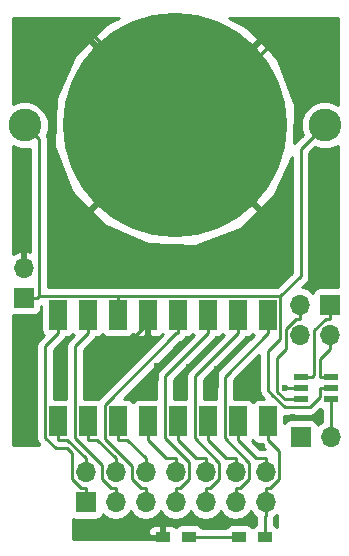
<source format=gbr>
G04 #@! TF.FileFunction,Copper,L1,Top,Signal*
%FSLAX46Y46*%
G04 Gerber Fmt 4.6, Leading zero omitted, Abs format (unit mm)*
G04 Created by KiCad (PCBNEW 4.0.1-stable) date 2019/04/09 1:16:35*
%MOMM*%
G01*
G04 APERTURE LIST*
%ADD10C,0.100000*%
%ADD11C,2.775000*%
%ADD12C,19.000000*%
%ADD13R,1.700000X1.700000*%
%ADD14O,1.700000X1.700000*%
%ADD15R,1.500000X2.500000*%
%ADD16R,1.200000X0.900000*%
%ADD17R,1.200000X0.600000*%
%ADD18C,0.600000*%
%ADD19C,0.250000*%
%ADD20C,0.254000*%
G04 APERTURE END LIST*
D10*
D11*
X101700000Y-59750000D03*
X127100000Y-59750000D03*
D12*
X114400000Y-59750000D03*
D13*
X106850000Y-91650000D03*
D14*
X106850000Y-89110000D03*
X109390000Y-91650000D03*
X109390000Y-89110000D03*
X111930000Y-91650000D03*
X111930000Y-89110000D03*
X114470000Y-91650000D03*
X114470000Y-89110000D03*
X117010000Y-91650000D03*
X117010000Y-89110000D03*
X119550000Y-91650000D03*
X119550000Y-89110000D03*
X122090000Y-91650000D03*
X122090000Y-89110000D03*
D13*
X125050000Y-86150000D03*
D14*
X127590000Y-86150000D03*
D13*
X127550000Y-74950000D03*
D14*
X127550000Y-77490000D03*
X125010000Y-74950000D03*
X125010000Y-77490000D03*
D13*
X101600000Y-74350000D03*
D14*
X101600000Y-71810000D03*
D15*
X112120000Y-75800000D03*
X122280000Y-75800000D03*
X119740000Y-75800000D03*
X117200000Y-75800000D03*
X114660000Y-75800000D03*
X109580000Y-75800000D03*
X107040000Y-75800000D03*
X104500000Y-75800000D03*
X104500000Y-84800000D03*
X107040000Y-84800000D03*
X109580000Y-84800000D03*
X114660000Y-84800000D03*
X117200000Y-84800000D03*
X119740000Y-84800000D03*
X122280000Y-84800000D03*
X112120000Y-84800000D03*
D16*
X113400000Y-94650000D03*
X115600000Y-94650000D03*
D17*
X125100000Y-81050000D03*
X125100000Y-82000000D03*
X125100000Y-82950000D03*
X127600000Y-82950000D03*
X127600000Y-82000000D03*
X127600000Y-81050000D03*
D16*
X119850000Y-94650000D03*
X122050000Y-94650000D03*
D18*
X106850000Y-51500000D03*
X102700000Y-56800000D03*
X125900000Y-55800000D03*
X123750000Y-51700000D03*
X126150000Y-63350000D03*
X126400000Y-71200000D03*
X120400000Y-71300000D03*
X101500000Y-68050000D03*
X104650000Y-67100000D03*
X114350000Y-71250000D03*
X126700000Y-84450000D03*
X124400000Y-84450000D03*
X123750000Y-82000000D03*
X106700000Y-94200000D03*
X110750000Y-94250000D03*
X116350000Y-93350000D03*
X120050000Y-93300000D03*
X122950000Y-93300000D03*
X121750000Y-86950000D03*
X121150000Y-82450000D03*
X121250000Y-80350000D03*
X118000000Y-80400000D03*
X117500000Y-82400000D03*
X114950000Y-82450000D03*
X115650000Y-80200000D03*
X112900000Y-80100000D03*
X111900000Y-82350000D03*
X107600000Y-82000000D03*
X109650000Y-78950000D03*
X104650000Y-81900000D03*
X104750000Y-79300000D03*
X101750000Y-84950000D03*
X101750000Y-79150000D03*
D19*
X117010000Y-89110000D02*
X117010000Y-87934700D01*
X114660000Y-84800000D02*
X114660000Y-86375300D01*
X116219400Y-87934700D02*
X117010000Y-87934700D01*
X114660000Y-86375300D02*
X116219400Y-87934700D01*
X110370600Y-86375300D02*
X109580000Y-86375300D01*
X111930000Y-87934700D02*
X110370600Y-86375300D01*
X111930000Y-89110000D02*
X111930000Y-87934700D01*
X109580000Y-84800000D02*
X109580000Y-86375300D01*
X107830600Y-86375300D02*
X109390000Y-87934700D01*
X107040000Y-86375300D02*
X107830600Y-86375300D01*
X109390000Y-89110000D02*
X109390000Y-87934700D01*
X107040000Y-84800000D02*
X107040000Y-86375300D01*
X118759400Y-87934700D02*
X119550000Y-87934700D01*
X117200000Y-86375300D02*
X118759400Y-87934700D01*
X117200000Y-84800000D02*
X117200000Y-86375300D01*
X119550000Y-89110000D02*
X119550000Y-87934700D01*
X117377400Y-90474700D02*
X117010000Y-90474700D01*
X118185300Y-89666800D02*
X117377400Y-90474700D01*
X118185300Y-88310100D02*
X118185300Y-89666800D01*
X116124600Y-86249400D02*
X118185300Y-88310100D01*
X116124600Y-80990700D02*
X116124600Y-86249400D01*
X119740000Y-77375300D02*
X116124600Y-80990700D01*
X119740000Y-75800000D02*
X119740000Y-77375300D01*
X117010000Y-91650000D02*
X117010000Y-90474700D01*
X121299400Y-87934700D02*
X119740000Y-86375300D01*
X122090000Y-87934700D02*
X121299400Y-87934700D01*
X119740000Y-84800000D02*
X119740000Y-86375300D01*
X122090000Y-89110000D02*
X122090000Y-87934700D01*
X119850000Y-94650000D02*
X115600000Y-94650000D01*
X127182700Y-76125300D02*
X127550000Y-76125300D01*
X126185400Y-77122600D02*
X127182700Y-76125300D01*
X126185400Y-80889900D02*
X126185400Y-77122600D01*
X126025300Y-81050000D02*
X126185400Y-80889900D01*
X125100000Y-81050000D02*
X126025300Y-81050000D01*
X127550000Y-74950000D02*
X127550000Y-76125300D01*
X124200000Y-82950000D02*
X123750000Y-82950000D01*
X123834700Y-76975800D02*
X124685200Y-76125300D01*
X124685200Y-76125300D02*
X125010000Y-76125300D01*
X125010000Y-76125300D02*
X125010000Y-74950000D01*
X123834700Y-78715300D02*
X123834700Y-76975800D01*
X123100000Y-79450000D02*
X123834700Y-78715300D01*
X123100000Y-82300000D02*
X123100000Y-79450000D01*
X123750000Y-82950000D02*
X123100000Y-82300000D01*
X125100000Y-82950000D02*
X124200000Y-82950000D01*
X124200000Y-82950000D02*
X124174700Y-82950000D01*
X127600000Y-84964700D02*
X127590000Y-84974700D01*
X127600000Y-82950000D02*
X127600000Y-84964700D01*
X127590000Y-86150000D02*
X127590000Y-84974700D01*
X126674700Y-79540600D02*
X127550000Y-78665300D01*
X126674700Y-81050000D02*
X126674700Y-79540600D01*
X127600000Y-81050000D02*
X126674700Y-81050000D01*
X127550000Y-77490000D02*
X127550000Y-78665300D01*
X114400000Y-59050000D02*
X106850000Y-51500000D01*
X114400000Y-59750000D02*
X115700000Y-59750000D01*
X115700000Y-59750000D02*
X123750000Y-51700000D01*
X114400000Y-59750000D02*
X114400000Y-59050000D01*
X104650000Y-67100000D02*
X107050000Y-67100000D01*
X107050000Y-67100000D02*
X114400000Y-59750000D01*
X126150000Y-70950000D02*
X126150000Y-63350000D01*
X126400000Y-71200000D02*
X126150000Y-70950000D01*
X120450000Y-71250000D02*
X120600000Y-71250000D01*
X120400000Y-71300000D02*
X120450000Y-71250000D01*
X104600000Y-67050000D02*
X104500000Y-67050000D01*
X104650000Y-67100000D02*
X104600000Y-67050000D01*
X114400000Y-71200000D02*
X114350000Y-71250000D01*
X124400000Y-84450000D02*
X126700000Y-84450000D01*
X125100000Y-82000000D02*
X123750000Y-82000000D01*
X106700000Y-94200000D02*
X106750000Y-94250000D01*
X106750000Y-94250000D02*
X110750000Y-94250000D01*
X116350000Y-93350000D02*
X116400000Y-93300000D01*
X116400000Y-93300000D02*
X120050000Y-93300000D01*
X121700000Y-86900000D02*
X121650000Y-86900000D01*
X121750000Y-86950000D02*
X121700000Y-86900000D01*
X121150000Y-80450000D02*
X121150000Y-82450000D01*
X121250000Y-80350000D02*
X121150000Y-80450000D01*
X118000000Y-81900000D02*
X118000000Y-80400000D01*
X117500000Y-82400000D02*
X118000000Y-81900000D01*
X114950000Y-80900000D02*
X114950000Y-82450000D01*
X115650000Y-80200000D02*
X114950000Y-80900000D01*
X112900000Y-81350000D02*
X112900000Y-80100000D01*
X111900000Y-82350000D02*
X112900000Y-81350000D01*
X107600000Y-82000000D02*
X107550000Y-82050000D01*
X112120000Y-75800000D02*
X112120000Y-76480000D01*
X112120000Y-76480000D02*
X109650000Y-78950000D01*
X104650000Y-79400000D02*
X104650000Y-81900000D01*
X104750000Y-79300000D02*
X104650000Y-79400000D01*
X101750000Y-84950000D02*
X101750000Y-79150000D01*
X114400000Y-52600000D02*
X114550000Y-52450000D01*
X119917400Y-90474700D02*
X119550000Y-90474700D01*
X120725300Y-89666800D02*
X119917400Y-90474700D01*
X120725300Y-88310100D02*
X120725300Y-89666800D01*
X118627600Y-86212400D02*
X120725300Y-88310100D01*
X118627600Y-81027700D02*
X118627600Y-86212400D01*
X122280000Y-77375300D02*
X118627600Y-81027700D01*
X122280000Y-75800000D02*
X122280000Y-77375300D01*
X119550000Y-91650000D02*
X119550000Y-90474700D01*
X114837400Y-90474700D02*
X114470000Y-90474700D01*
X115645300Y-89666800D02*
X114837400Y-90474700D01*
X115645300Y-88298700D02*
X115645300Y-89666800D01*
X113584700Y-86238100D02*
X115645300Y-88298700D01*
X113584700Y-80990600D02*
X113584700Y-86238100D01*
X117200000Y-77375300D02*
X113584700Y-80990600D01*
X117200000Y-75800000D02*
X117200000Y-77375300D01*
X114470000Y-91650000D02*
X114470000Y-90474700D01*
X111562600Y-90474700D02*
X111930000Y-90474700D01*
X110754700Y-89666800D02*
X111562600Y-90474700D01*
X110754700Y-88578000D02*
X110754700Y-89666800D01*
X108498100Y-86321400D02*
X110754700Y-88578000D01*
X108498100Y-83402800D02*
X108498100Y-86321400D01*
X114525600Y-77375300D02*
X108498100Y-83402800D01*
X114660000Y-77375300D02*
X114525600Y-77375300D01*
X114660000Y-75800000D02*
X114660000Y-77375300D01*
X111930000Y-91650000D02*
X111930000Y-90474700D01*
X125050000Y-61800000D02*
X125050000Y-72550000D01*
X125050000Y-72550000D02*
X123355400Y-74244600D01*
X123355400Y-74250000D02*
X123355400Y-74244600D01*
X125050000Y-61800000D02*
X127100000Y-59750000D01*
X124094400Y-83607600D02*
X123707600Y-83607600D01*
X126674700Y-82000000D02*
X126674700Y-82747800D01*
X126674700Y-82747800D02*
X125814900Y-83607600D01*
X125814900Y-83607600D02*
X124094400Y-83607600D01*
X127600000Y-82000000D02*
X126674700Y-82000000D01*
X123355400Y-77844600D02*
X123355400Y-74250000D01*
X123355400Y-74250000D02*
X123355400Y-74224700D01*
X122300000Y-78900000D02*
X123355400Y-77844600D01*
X122300000Y-82200000D02*
X122300000Y-78900000D01*
X122650000Y-82550000D02*
X122300000Y-82200000D01*
X123707600Y-83607600D02*
X122650000Y-82550000D01*
X109580000Y-75800000D02*
X109580000Y-74224700D01*
X123355400Y-74224700D02*
X109580000Y-74224700D01*
X101600000Y-74350000D02*
X102775300Y-74350000D01*
X102900600Y-60950600D02*
X102900600Y-74224700D01*
X101700000Y-59750000D02*
X102900600Y-60950600D01*
X109580000Y-74224700D02*
X102900600Y-74224700D01*
X102900600Y-74224700D02*
X102775300Y-74350000D01*
X109022600Y-90474700D02*
X109390000Y-90474700D01*
X108214700Y-89666800D02*
X109022600Y-90474700D01*
X108214700Y-88486600D02*
X108214700Y-89666800D01*
X105964600Y-86236500D02*
X108214700Y-88486600D01*
X105964600Y-78450700D02*
X105964600Y-86236500D01*
X107040000Y-77375300D02*
X105964600Y-78450700D01*
X107040000Y-75800000D02*
X107040000Y-77375300D01*
X109390000Y-91650000D02*
X109390000Y-90474700D01*
X106482600Y-90474700D02*
X106850000Y-90474700D01*
X105674700Y-89666800D02*
X106482600Y-90474700D01*
X105674700Y-87527500D02*
X105674700Y-89666800D01*
X105247900Y-87100700D02*
X105674700Y-87527500D01*
X104326500Y-87100700D02*
X105247900Y-87100700D01*
X103424700Y-86198900D02*
X104326500Y-87100700D01*
X103424700Y-78450600D02*
X103424700Y-86198900D01*
X104500000Y-77375300D02*
X103424700Y-78450600D01*
X104500000Y-75800000D02*
X104500000Y-77375300D01*
X106850000Y-91650000D02*
X106850000Y-90474700D01*
X105290600Y-86375300D02*
X106850000Y-87934700D01*
X104500000Y-86375300D02*
X105290600Y-86375300D01*
X104500000Y-84800000D02*
X104500000Y-86375300D01*
X106850000Y-89110000D02*
X106850000Y-87934700D01*
X122050000Y-92865300D02*
X122090000Y-92825300D01*
X122050000Y-94650000D02*
X122050000Y-92865300D01*
X122090000Y-91650000D02*
X122090000Y-92825300D01*
X122457400Y-90474700D02*
X122090000Y-90474700D01*
X123265300Y-89666800D02*
X122457400Y-90474700D01*
X123265300Y-87360600D02*
X123265300Y-89666800D01*
X122280000Y-86375300D02*
X123265300Y-87360600D01*
X122280000Y-84800000D02*
X122280000Y-86375300D01*
X122090000Y-91650000D02*
X122090000Y-90474700D01*
X113679400Y-87934700D02*
X114470000Y-87934700D01*
X112120000Y-86375300D02*
X113679400Y-87934700D01*
X112120000Y-84800000D02*
X112120000Y-86375300D01*
X114470000Y-89110000D02*
X114470000Y-87934700D01*
D20*
G36*
X121039946Y-92729147D02*
X121290000Y-92896227D01*
X121290000Y-93582666D01*
X121214683Y-93596838D01*
X120998559Y-93735910D01*
X120950866Y-93805711D01*
X120914090Y-93748559D01*
X120701890Y-93603569D01*
X120450000Y-93552560D01*
X119250000Y-93552560D01*
X119014683Y-93596838D01*
X118798559Y-93735910D01*
X118693274Y-93890000D01*
X116755105Y-93890000D01*
X116664090Y-93748559D01*
X116451890Y-93603569D01*
X116200000Y-93552560D01*
X115000000Y-93552560D01*
X114764683Y-93596838D01*
X114548559Y-93735910D01*
X114502031Y-93804006D01*
X114359698Y-93661673D01*
X114126309Y-93565000D01*
X113685750Y-93565000D01*
X113527000Y-93723750D01*
X113527000Y-94523000D01*
X113547000Y-94523000D01*
X113547000Y-94777000D01*
X113527000Y-94777000D01*
X113527000Y-94790000D01*
X113273000Y-94790000D01*
X113273000Y-94777000D01*
X112323750Y-94777000D01*
X112310750Y-94790000D01*
X105810000Y-94790000D01*
X105810000Y-94073690D01*
X112165000Y-94073690D01*
X112165000Y-94364250D01*
X112323750Y-94523000D01*
X113273000Y-94523000D01*
X113273000Y-93723750D01*
X113114250Y-93565000D01*
X112673691Y-93565000D01*
X112440302Y-93661673D01*
X112261673Y-93840301D01*
X112165000Y-94073690D01*
X105810000Y-94073690D01*
X105810000Y-93108964D01*
X106000000Y-93147440D01*
X107700000Y-93147440D01*
X107935317Y-93103162D01*
X108151441Y-92964090D01*
X108296431Y-92751890D01*
X108310086Y-92684459D01*
X108339946Y-92729147D01*
X108821715Y-93051054D01*
X109390000Y-93164093D01*
X109958285Y-93051054D01*
X110440054Y-92729147D01*
X110660000Y-92399974D01*
X110879946Y-92729147D01*
X111361715Y-93051054D01*
X111930000Y-93164093D01*
X112498285Y-93051054D01*
X112980054Y-92729147D01*
X113200000Y-92399974D01*
X113419946Y-92729147D01*
X113901715Y-93051054D01*
X114470000Y-93164093D01*
X115038285Y-93051054D01*
X115520054Y-92729147D01*
X115740000Y-92399974D01*
X115959946Y-92729147D01*
X116441715Y-93051054D01*
X117010000Y-93164093D01*
X117578285Y-93051054D01*
X118060054Y-92729147D01*
X118280000Y-92399974D01*
X118499946Y-92729147D01*
X118981715Y-93051054D01*
X119550000Y-93164093D01*
X120118285Y-93051054D01*
X120600054Y-92729147D01*
X120820000Y-92399974D01*
X121039946Y-92729147D01*
X121039946Y-92729147D01*
G37*
X121039946Y-92729147D02*
X121290000Y-92896227D01*
X121290000Y-93582666D01*
X121214683Y-93596838D01*
X120998559Y-93735910D01*
X120950866Y-93805711D01*
X120914090Y-93748559D01*
X120701890Y-93603569D01*
X120450000Y-93552560D01*
X119250000Y-93552560D01*
X119014683Y-93596838D01*
X118798559Y-93735910D01*
X118693274Y-93890000D01*
X116755105Y-93890000D01*
X116664090Y-93748559D01*
X116451890Y-93603569D01*
X116200000Y-93552560D01*
X115000000Y-93552560D01*
X114764683Y-93596838D01*
X114548559Y-93735910D01*
X114502031Y-93804006D01*
X114359698Y-93661673D01*
X114126309Y-93565000D01*
X113685750Y-93565000D01*
X113527000Y-93723750D01*
X113527000Y-94523000D01*
X113547000Y-94523000D01*
X113547000Y-94777000D01*
X113527000Y-94777000D01*
X113527000Y-94790000D01*
X113273000Y-94790000D01*
X113273000Y-94777000D01*
X112323750Y-94777000D01*
X112310750Y-94790000D01*
X105810000Y-94790000D01*
X105810000Y-94073690D01*
X112165000Y-94073690D01*
X112165000Y-94364250D01*
X112323750Y-94523000D01*
X113273000Y-94523000D01*
X113273000Y-93723750D01*
X113114250Y-93565000D01*
X112673691Y-93565000D01*
X112440302Y-93661673D01*
X112261673Y-93840301D01*
X112165000Y-94073690D01*
X105810000Y-94073690D01*
X105810000Y-93108964D01*
X106000000Y-93147440D01*
X107700000Y-93147440D01*
X107935317Y-93103162D01*
X108151441Y-92964090D01*
X108296431Y-92751890D01*
X108310086Y-92684459D01*
X108339946Y-92729147D01*
X108821715Y-93051054D01*
X109390000Y-93164093D01*
X109958285Y-93051054D01*
X110440054Y-92729147D01*
X110660000Y-92399974D01*
X110879946Y-92729147D01*
X111361715Y-93051054D01*
X111930000Y-93164093D01*
X112498285Y-93051054D01*
X112980054Y-92729147D01*
X113200000Y-92399974D01*
X113419946Y-92729147D01*
X113901715Y-93051054D01*
X114470000Y-93164093D01*
X115038285Y-93051054D01*
X115520054Y-92729147D01*
X115740000Y-92399974D01*
X115959946Y-92729147D01*
X116441715Y-93051054D01*
X117010000Y-93164093D01*
X117578285Y-93051054D01*
X118060054Y-92729147D01*
X118280000Y-92399974D01*
X118499946Y-92729147D01*
X118981715Y-93051054D01*
X119550000Y-93164093D01*
X120118285Y-93051054D01*
X120600054Y-92729147D01*
X120820000Y-92399974D01*
X121039946Y-92729147D01*
G36*
X123090000Y-93732099D02*
X122901890Y-93603569D01*
X122810000Y-93584961D01*
X122810000Y-93026392D01*
X122827598Y-92937923D01*
X123090000Y-92762592D01*
X123090000Y-93732099D01*
X123090000Y-93732099D01*
G37*
X123090000Y-93732099D02*
X122901890Y-93603569D01*
X122810000Y-93584961D01*
X122810000Y-93026392D01*
X122827598Y-92937923D01*
X123090000Y-92762592D01*
X123090000Y-93732099D01*
G36*
X121065910Y-86501441D02*
X121278110Y-86646431D01*
X121530000Y-86697440D01*
X121598767Y-86697440D01*
X121742599Y-86912701D01*
X122004598Y-87174700D01*
X121614202Y-87174700D01*
X120946373Y-86506871D01*
X121009734Y-86414140D01*
X121065910Y-86501441D01*
X121065910Y-86501441D01*
G37*
X121065910Y-86501441D02*
X121278110Y-86646431D01*
X121530000Y-86697440D01*
X121598767Y-86697440D01*
X121742599Y-86912701D01*
X122004598Y-87174700D01*
X121614202Y-87174700D01*
X120946373Y-86506871D01*
X121009734Y-86414140D01*
X121065910Y-86501441D01*
G36*
X103102560Y-77050000D02*
X103146838Y-77285317D01*
X103285910Y-77501441D01*
X103293720Y-77506778D01*
X102887299Y-77913199D01*
X102722552Y-78159761D01*
X102664700Y-78450600D01*
X102664700Y-86198900D01*
X102722552Y-86489739D01*
X102887299Y-86736301D01*
X102940998Y-86790000D01*
X100710000Y-86790000D01*
X100710000Y-75839340D01*
X100750000Y-75847440D01*
X102450000Y-75847440D01*
X102685317Y-75803162D01*
X102901441Y-75664090D01*
X103046431Y-75451890D01*
X103097440Y-75200000D01*
X103097440Y-75031233D01*
X103102560Y-75027812D01*
X103102560Y-77050000D01*
X103102560Y-77050000D01*
G37*
X103102560Y-77050000D02*
X103146838Y-77285317D01*
X103285910Y-77501441D01*
X103293720Y-77506778D01*
X102887299Y-77913199D01*
X102722552Y-78159761D01*
X102664700Y-78450600D01*
X102664700Y-86198900D01*
X102722552Y-86489739D01*
X102887299Y-86736301D01*
X102940998Y-86790000D01*
X100710000Y-86790000D01*
X100710000Y-75839340D01*
X100750000Y-75847440D01*
X102450000Y-75847440D01*
X102685317Y-75803162D01*
X102901441Y-75664090D01*
X103046431Y-75451890D01*
X103097440Y-75200000D01*
X103097440Y-75031233D01*
X103102560Y-75027812D01*
X103102560Y-77050000D01*
G36*
X126748110Y-83846431D02*
X126840000Y-83865039D01*
X126840000Y-84870364D01*
X126539946Y-85070853D01*
X126512150Y-85112452D01*
X126503162Y-85064683D01*
X126364090Y-84848559D01*
X126151890Y-84703569D01*
X125900000Y-84652560D01*
X124200000Y-84652560D01*
X123964683Y-84696838D01*
X123748559Y-84835910D01*
X123677440Y-84939996D01*
X123677440Y-84361601D01*
X123707600Y-84367600D01*
X125814900Y-84367600D01*
X126105739Y-84309748D01*
X126352301Y-84145001D01*
X126690342Y-83806960D01*
X126748110Y-83846431D01*
X126748110Y-83846431D01*
G37*
X126748110Y-83846431D02*
X126840000Y-83865039D01*
X126840000Y-84870364D01*
X126539946Y-85070853D01*
X126512150Y-85112452D01*
X126503162Y-85064683D01*
X126364090Y-84848559D01*
X126151890Y-84703569D01*
X125900000Y-84652560D01*
X124200000Y-84652560D01*
X123964683Y-84696838D01*
X123748559Y-84835910D01*
X123677440Y-84939996D01*
X123677440Y-84361601D01*
X123707600Y-84367600D01*
X125814900Y-84367600D01*
X126105739Y-84309748D01*
X126352301Y-84145001D01*
X126690342Y-83806960D01*
X126748110Y-83846431D01*
G36*
X115985910Y-77501441D02*
X115993720Y-77506778D01*
X113047299Y-80453199D01*
X112882552Y-80699761D01*
X112824700Y-80990600D01*
X112824700Y-82902560D01*
X111370000Y-82902560D01*
X111134683Y-82946838D01*
X110918559Y-83085910D01*
X110850266Y-83185860D01*
X110794090Y-83098559D01*
X110581890Y-82953569D01*
X110330000Y-82902560D01*
X110073142Y-82902560D01*
X114885197Y-78090505D01*
X114950839Y-78077448D01*
X115197401Y-77912701D01*
X115341233Y-77697440D01*
X115410000Y-77697440D01*
X115645317Y-77653162D01*
X115861441Y-77514090D01*
X115929734Y-77414140D01*
X115985910Y-77501441D01*
X115985910Y-77501441D01*
G37*
X115985910Y-77501441D02*
X115993720Y-77506778D01*
X113047299Y-80453199D01*
X112882552Y-80699761D01*
X112824700Y-80990600D01*
X112824700Y-82902560D01*
X111370000Y-82902560D01*
X111134683Y-82946838D01*
X110918559Y-83085910D01*
X110850266Y-83185860D01*
X110794090Y-83098559D01*
X110581890Y-82953569D01*
X110330000Y-82902560D01*
X110073142Y-82902560D01*
X114885197Y-78090505D01*
X114950839Y-78077448D01*
X115197401Y-77912701D01*
X115341233Y-77697440D01*
X115410000Y-77697440D01*
X115645317Y-77653162D01*
X115861441Y-77514090D01*
X115929734Y-77414140D01*
X115985910Y-77501441D01*
G36*
X121540000Y-82200000D02*
X121597852Y-82490839D01*
X121762599Y-82737401D01*
X121927758Y-82902560D01*
X121530000Y-82902560D01*
X121294683Y-82946838D01*
X121078559Y-83085910D01*
X121010266Y-83185860D01*
X120954090Y-83098559D01*
X120741890Y-82953569D01*
X120490000Y-82902560D01*
X119387600Y-82902560D01*
X119387600Y-81342502D01*
X121540000Y-79190102D01*
X121540000Y-82200000D01*
X121540000Y-82200000D01*
G37*
X121540000Y-82200000D02*
X121597852Y-82490839D01*
X121762599Y-82737401D01*
X121927758Y-82902560D01*
X121530000Y-82902560D01*
X121294683Y-82946838D01*
X121078559Y-83085910D01*
X121010266Y-83185860D01*
X120954090Y-83098559D01*
X120741890Y-82953569D01*
X120490000Y-82902560D01*
X119387600Y-82902560D01*
X119387600Y-81342502D01*
X121540000Y-79190102D01*
X121540000Y-82200000D01*
G36*
X112247000Y-75673000D02*
X112267000Y-75673000D01*
X112267000Y-75927000D01*
X112247000Y-75927000D01*
X112247000Y-77526250D01*
X112405750Y-77685000D01*
X112996310Y-77685000D01*
X113229699Y-77588327D01*
X113395274Y-77422751D01*
X113398435Y-77427663D01*
X107960699Y-82865399D01*
X107918484Y-82928579D01*
X107790000Y-82902560D01*
X106724600Y-82902560D01*
X106724600Y-78765502D01*
X107577401Y-77912701D01*
X107721234Y-77697440D01*
X107790000Y-77697440D01*
X108025317Y-77653162D01*
X108241441Y-77514090D01*
X108309734Y-77414140D01*
X108365910Y-77501441D01*
X108578110Y-77646431D01*
X108830000Y-77697440D01*
X110330000Y-77697440D01*
X110565317Y-77653162D01*
X110781441Y-77514090D01*
X110844206Y-77422231D01*
X111010301Y-77588327D01*
X111243690Y-77685000D01*
X111834250Y-77685000D01*
X111993000Y-77526250D01*
X111993000Y-75927000D01*
X111973000Y-75927000D01*
X111973000Y-75673000D01*
X111993000Y-75673000D01*
X111993000Y-75653000D01*
X112247000Y-75653000D01*
X112247000Y-75673000D01*
X112247000Y-75673000D01*
G37*
X112247000Y-75673000D02*
X112267000Y-75673000D01*
X112267000Y-75927000D01*
X112247000Y-75927000D01*
X112247000Y-77526250D01*
X112405750Y-77685000D01*
X112996310Y-77685000D01*
X113229699Y-77588327D01*
X113395274Y-77422751D01*
X113398435Y-77427663D01*
X107960699Y-82865399D01*
X107918484Y-82928579D01*
X107790000Y-82902560D01*
X106724600Y-82902560D01*
X106724600Y-78765502D01*
X107577401Y-77912701D01*
X107721234Y-77697440D01*
X107790000Y-77697440D01*
X108025317Y-77653162D01*
X108241441Y-77514090D01*
X108309734Y-77414140D01*
X108365910Y-77501441D01*
X108578110Y-77646431D01*
X108830000Y-77697440D01*
X110330000Y-77697440D01*
X110565317Y-77653162D01*
X110781441Y-77514090D01*
X110844206Y-77422231D01*
X111010301Y-77588327D01*
X111243690Y-77685000D01*
X111834250Y-77685000D01*
X111993000Y-77526250D01*
X111993000Y-75927000D01*
X111973000Y-75927000D01*
X111973000Y-75673000D01*
X111993000Y-75673000D01*
X111993000Y-75653000D01*
X112247000Y-75653000D01*
X112247000Y-75673000D01*
G36*
X105825910Y-77501441D02*
X105833720Y-77506778D01*
X105427199Y-77913299D01*
X105262452Y-78159861D01*
X105204600Y-78450700D01*
X105204600Y-82902560D01*
X104184700Y-82902560D01*
X104184700Y-78765402D01*
X105037401Y-77912701D01*
X105181233Y-77697440D01*
X105250000Y-77697440D01*
X105485317Y-77653162D01*
X105701441Y-77514090D01*
X105769734Y-77414140D01*
X105825910Y-77501441D01*
X105825910Y-77501441D01*
G37*
X105825910Y-77501441D02*
X105833720Y-77506778D01*
X105427199Y-77913299D01*
X105262452Y-78159861D01*
X105204600Y-78450700D01*
X105204600Y-82902560D01*
X104184700Y-82902560D01*
X104184700Y-78765402D01*
X105037401Y-77912701D01*
X105181233Y-77697440D01*
X105250000Y-77697440D01*
X105485317Y-77653162D01*
X105701441Y-77514090D01*
X105769734Y-77414140D01*
X105825910Y-77501441D01*
G36*
X118525910Y-77501441D02*
X118533720Y-77506778D01*
X115587199Y-80453299D01*
X115422452Y-80699861D01*
X115364600Y-80990700D01*
X115364600Y-82902560D01*
X114344700Y-82902560D01*
X114344700Y-81305402D01*
X117737401Y-77912701D01*
X117881234Y-77697440D01*
X117950000Y-77697440D01*
X118185317Y-77653162D01*
X118401441Y-77514090D01*
X118469734Y-77414140D01*
X118525910Y-77501441D01*
X118525910Y-77501441D01*
G37*
X118525910Y-77501441D02*
X118533720Y-77506778D01*
X115587199Y-80453299D01*
X115422452Y-80699861D01*
X115364600Y-80990700D01*
X115364600Y-82902560D01*
X114344700Y-82902560D01*
X114344700Y-81305402D01*
X117737401Y-77912701D01*
X117881234Y-77697440D01*
X117950000Y-77697440D01*
X118185317Y-77653162D01*
X118401441Y-77514090D01*
X118469734Y-77414140D01*
X118525910Y-77501441D01*
G36*
X121065910Y-77501441D02*
X121073720Y-77506778D01*
X118090199Y-80490299D01*
X117925452Y-80736861D01*
X117867600Y-81027700D01*
X117867600Y-82902560D01*
X116884600Y-82902560D01*
X116884600Y-81305502D01*
X120277401Y-77912701D01*
X120421233Y-77697440D01*
X120490000Y-77697440D01*
X120725317Y-77653162D01*
X120941441Y-77514090D01*
X121009734Y-77414140D01*
X121065910Y-77501441D01*
X121065910Y-77501441D01*
G37*
X121065910Y-77501441D02*
X121073720Y-77506778D01*
X118090199Y-80490299D01*
X117925452Y-80736861D01*
X117867600Y-81027700D01*
X117867600Y-82902560D01*
X116884600Y-82902560D01*
X116884600Y-81305502D01*
X120277401Y-77912701D01*
X120421233Y-77697440D01*
X120490000Y-77697440D01*
X120725317Y-77653162D01*
X120941441Y-77514090D01*
X121009734Y-77414140D01*
X121065910Y-77501441D01*
G36*
X125247000Y-82002560D02*
X124953000Y-82002560D01*
X124953000Y-81997440D01*
X125247000Y-81997440D01*
X125247000Y-82002560D01*
X125247000Y-82002560D01*
G37*
X125247000Y-82002560D02*
X124953000Y-82002560D01*
X124953000Y-81997440D01*
X125247000Y-81997440D01*
X125247000Y-82002560D01*
G36*
X128190000Y-73452560D02*
X126700000Y-73452560D01*
X126464683Y-73496838D01*
X126248559Y-73635910D01*
X126103569Y-73848110D01*
X126089914Y-73915541D01*
X126060054Y-73870853D01*
X125578285Y-73548946D01*
X125200919Y-73473883D01*
X125587401Y-73087401D01*
X125752148Y-72840840D01*
X125810000Y-72550000D01*
X125810000Y-62114802D01*
X126312055Y-61612747D01*
X126695935Y-61772148D01*
X127500535Y-61772850D01*
X128190000Y-61487969D01*
X128190000Y-73452560D01*
X128190000Y-73452560D01*
G37*
X128190000Y-73452560D02*
X126700000Y-73452560D01*
X126464683Y-73496838D01*
X126248559Y-73635910D01*
X126103569Y-73848110D01*
X126089914Y-73915541D01*
X126060054Y-73870853D01*
X125578285Y-73548946D01*
X125200919Y-73473883D01*
X125587401Y-73087401D01*
X125752148Y-72840840D01*
X125810000Y-72550000D01*
X125810000Y-62114802D01*
X126312055Y-61612747D01*
X126695935Y-61772148D01*
X127500535Y-61772850D01*
X128190000Y-61487969D01*
X128190000Y-73452560D01*
G36*
X108892854Y-51006217D02*
X108429292Y-51315960D01*
X107295689Y-52466084D01*
X114400000Y-59570395D01*
X121504311Y-52466084D01*
X120370708Y-51315960D01*
X119012623Y-50710000D01*
X128190000Y-50710000D01*
X128190000Y-58012677D01*
X127504065Y-57727852D01*
X126699465Y-57727150D01*
X125955843Y-58034408D01*
X125386408Y-58602850D01*
X125077852Y-59345935D01*
X125077150Y-60150535D01*
X125237233Y-60537965D01*
X124512599Y-61262599D01*
X124497251Y-61285570D01*
X124585695Y-58008161D01*
X123143783Y-54242854D01*
X122834040Y-53779292D01*
X121683916Y-52645689D01*
X114579605Y-59750000D01*
X121683916Y-66854311D01*
X122834040Y-65720708D01*
X124290000Y-62457592D01*
X124290000Y-72235198D01*
X123060498Y-73464700D01*
X103660600Y-73464700D01*
X103660600Y-67033916D01*
X107295689Y-67033916D01*
X108429292Y-68184040D01*
X112111353Y-69826928D01*
X116141839Y-69935695D01*
X119907146Y-68493783D01*
X120370708Y-68184040D01*
X121504311Y-67033916D01*
X114400000Y-59929605D01*
X107295689Y-67033916D01*
X103660600Y-67033916D01*
X103660600Y-61491839D01*
X104214305Y-61491839D01*
X105656217Y-65257146D01*
X105965960Y-65720708D01*
X107116084Y-66854311D01*
X114220395Y-59750000D01*
X107116084Y-52645689D01*
X105965960Y-53779292D01*
X104323072Y-57461353D01*
X104214305Y-61491839D01*
X103660600Y-61491839D01*
X103660600Y-60950600D01*
X103602748Y-60659761D01*
X103546882Y-60576152D01*
X103722148Y-60154065D01*
X103722850Y-59349465D01*
X103415592Y-58605843D01*
X102847150Y-58036408D01*
X102104065Y-57727852D01*
X101299465Y-57727150D01*
X100710000Y-57970712D01*
X100710000Y-50710000D01*
X109666374Y-50710000D01*
X108892854Y-51006217D01*
X108892854Y-51006217D01*
G37*
X108892854Y-51006217D02*
X108429292Y-51315960D01*
X107295689Y-52466084D01*
X114400000Y-59570395D01*
X121504311Y-52466084D01*
X120370708Y-51315960D01*
X119012623Y-50710000D01*
X128190000Y-50710000D01*
X128190000Y-58012677D01*
X127504065Y-57727852D01*
X126699465Y-57727150D01*
X125955843Y-58034408D01*
X125386408Y-58602850D01*
X125077852Y-59345935D01*
X125077150Y-60150535D01*
X125237233Y-60537965D01*
X124512599Y-61262599D01*
X124497251Y-61285570D01*
X124585695Y-58008161D01*
X123143783Y-54242854D01*
X122834040Y-53779292D01*
X121683916Y-52645689D01*
X114579605Y-59750000D01*
X121683916Y-66854311D01*
X122834040Y-65720708D01*
X124290000Y-62457592D01*
X124290000Y-72235198D01*
X123060498Y-73464700D01*
X103660600Y-73464700D01*
X103660600Y-67033916D01*
X107295689Y-67033916D01*
X108429292Y-68184040D01*
X112111353Y-69826928D01*
X116141839Y-69935695D01*
X119907146Y-68493783D01*
X120370708Y-68184040D01*
X121504311Y-67033916D01*
X114400000Y-59929605D01*
X107295689Y-67033916D01*
X103660600Y-67033916D01*
X103660600Y-61491839D01*
X104214305Y-61491839D01*
X105656217Y-65257146D01*
X105965960Y-65720708D01*
X107116084Y-66854311D01*
X114220395Y-59750000D01*
X107116084Y-52645689D01*
X105965960Y-53779292D01*
X104323072Y-57461353D01*
X104214305Y-61491839D01*
X103660600Y-61491839D01*
X103660600Y-60950600D01*
X103602748Y-60659761D01*
X103546882Y-60576152D01*
X103722148Y-60154065D01*
X103722850Y-59349465D01*
X103415592Y-58605843D01*
X102847150Y-58036408D01*
X102104065Y-57727852D01*
X101299465Y-57727150D01*
X100710000Y-57970712D01*
X100710000Y-50710000D01*
X109666374Y-50710000D01*
X108892854Y-51006217D01*
G36*
X101295935Y-61772148D02*
X102100535Y-61772850D01*
X102140600Y-61756295D01*
X102140600Y-70454788D01*
X101956892Y-70368514D01*
X101727000Y-70489181D01*
X101727000Y-71683000D01*
X101747000Y-71683000D01*
X101747000Y-71937000D01*
X101727000Y-71937000D01*
X101727000Y-71957000D01*
X101473000Y-71957000D01*
X101473000Y-71937000D01*
X101453000Y-71937000D01*
X101453000Y-71683000D01*
X101473000Y-71683000D01*
X101473000Y-70489181D01*
X101243108Y-70368514D01*
X100718642Y-70614817D01*
X100710000Y-70624300D01*
X100710000Y-61528846D01*
X101295935Y-61772148D01*
X101295935Y-61772148D01*
G37*
X101295935Y-61772148D02*
X102100535Y-61772850D01*
X102140600Y-61756295D01*
X102140600Y-70454788D01*
X101956892Y-70368514D01*
X101727000Y-70489181D01*
X101727000Y-71683000D01*
X101747000Y-71683000D01*
X101747000Y-71937000D01*
X101727000Y-71937000D01*
X101727000Y-71957000D01*
X101473000Y-71957000D01*
X101473000Y-71937000D01*
X101453000Y-71937000D01*
X101453000Y-71683000D01*
X101473000Y-71683000D01*
X101473000Y-70489181D01*
X101243108Y-70368514D01*
X100718642Y-70614817D01*
X100710000Y-70624300D01*
X100710000Y-61528846D01*
X101295935Y-61772148D01*
M02*

</source>
